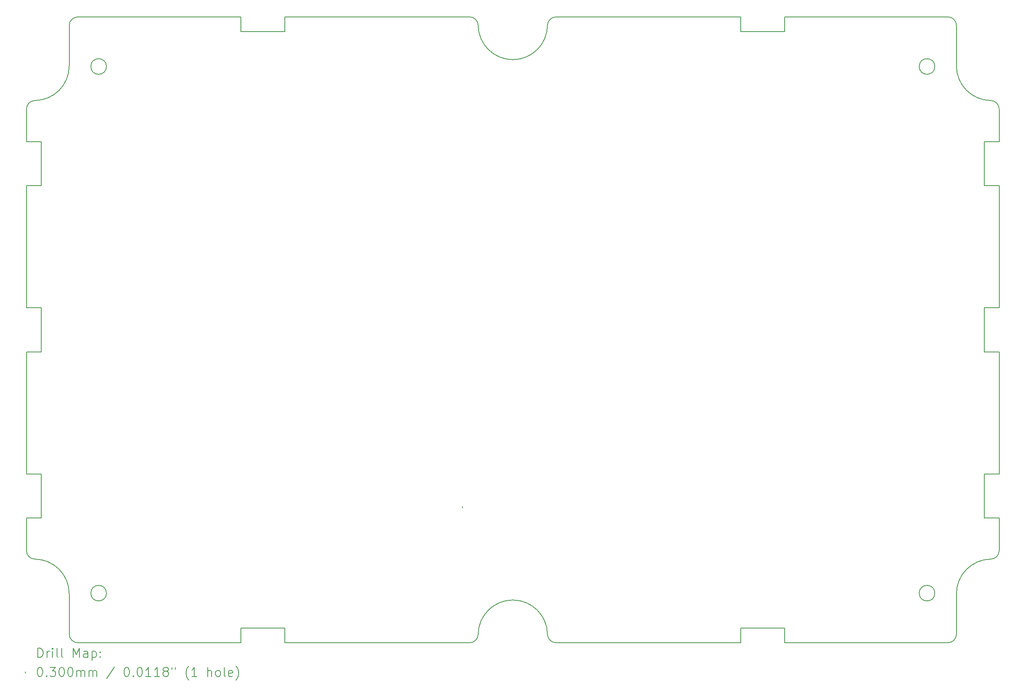
<source format=gbr>
%TF.GenerationSoftware,KiCad,Pcbnew,8.0.2*%
%TF.CreationDate,2024-05-08T16:37:34-06:00*%
%TF.ProjectId,GR-LRR-CONTROL,47522d4c-5252-42d4-934f-4e54524f4c2e,rev?*%
%TF.SameCoordinates,Original*%
%TF.FileFunction,Drillmap*%
%TF.FilePolarity,Positive*%
%FSLAX45Y45*%
G04 Gerber Fmt 4.5, Leading zero omitted, Abs format (unit mm)*
G04 Created by KiCad (PCBNEW 8.0.2) date 2024-05-08 16:37:34*
%MOMM*%
%LPD*%
G01*
G04 APERTURE LIST*
%ADD10C,0.200000*%
%ADD11C,0.100000*%
G04 APERTURE END LIST*
D10*
X25475719Y-19384532D02*
G75*
G02*
X25286967Y-19573279I-188749J2D01*
G01*
X6802117Y-6902972D02*
G75*
G02*
X6459217Y-6902972I-171450J0D01*
G01*
X6459217Y-6902972D02*
G75*
G02*
X6802117Y-6902972I171450J0D01*
G01*
X26415519Y-9525004D02*
X26091194Y-9525004D01*
X5044916Y-13175634D02*
X5044916Y-15860801D01*
X26091194Y-13175634D02*
X26091194Y-12210171D01*
X5044916Y-7840182D02*
G75*
G02*
X5231649Y-7651437I188754J3D01*
G01*
X5044916Y-15860801D02*
X5369241Y-15860801D01*
X20740236Y-5812521D02*
X16680123Y-5812521D01*
X9754736Y-19248959D02*
X10720199Y-19248959D01*
X5984716Y-6001272D02*
X5984716Y-6890272D01*
X5369241Y-16826264D02*
X5044916Y-16826264D01*
X6173468Y-19573284D02*
G75*
G02*
X5984716Y-19384532I2J188754D01*
G01*
X25001217Y-18482833D02*
G75*
G02*
X24658317Y-18482833I-171450J0D01*
G01*
X24658317Y-18482833D02*
G75*
G02*
X25001217Y-18482833I171450J0D01*
G01*
X6173468Y-19573284D02*
X9754736Y-19573284D01*
X20740236Y-6136846D02*
X20740236Y-5812521D01*
X5369241Y-9525004D02*
X5044916Y-9525004D01*
X5369241Y-12210171D02*
X5369241Y-13175634D01*
X26415519Y-17545627D02*
G75*
G02*
X26228786Y-17734368I-188759J7D01*
G01*
X10720199Y-19573284D02*
X14780312Y-19573284D01*
X5044916Y-16826264D02*
X5044916Y-17545627D01*
X10720199Y-19248959D02*
X10720199Y-19573284D01*
X26415519Y-15860801D02*
X26415519Y-13175634D01*
X5044916Y-9525004D02*
X5044916Y-12210171D01*
X26415519Y-8559541D02*
X26415519Y-7840178D01*
X26091194Y-12210171D02*
X26415519Y-12210171D01*
X5369241Y-13175634D02*
X5044916Y-13175634D01*
X10720199Y-5812521D02*
X10720199Y-6136846D01*
X26091194Y-15860801D02*
X26415519Y-15860801D01*
X26415519Y-13175634D02*
X26091194Y-13175634D01*
X25475719Y-18495533D02*
G75*
G02*
X26228786Y-17734363I761211J3D01*
G01*
X5984716Y-6001272D02*
G75*
G02*
X6173467Y-5812516I188754J3D01*
G01*
X5984716Y-6890272D02*
G75*
G02*
X5231649Y-7651437I-761208J-1D01*
G01*
X26415519Y-16826264D02*
X26091194Y-16826264D01*
X9754736Y-19573284D02*
X9754736Y-19248959D01*
X9754736Y-5812521D02*
X6173467Y-5812521D01*
X25286967Y-5812521D02*
G75*
G02*
X25475719Y-6001272I3J-188749D01*
G01*
X16491382Y-5999254D02*
G75*
G02*
X16680123Y-5812521I188748J-2026D01*
G01*
X25001217Y-6902972D02*
G75*
G02*
X24658317Y-6902972I-171450J0D01*
G01*
X24658317Y-6902972D02*
G75*
G02*
X25001217Y-6902972I171450J0D01*
G01*
X26228786Y-7651437D02*
G75*
G02*
X26415513Y-7840178I-2026J-188743D01*
G01*
X25475719Y-19384532D02*
X25475719Y-18495533D01*
X16680123Y-19573284D02*
G75*
G02*
X16491387Y-19386551I7J188754D01*
G01*
X26091194Y-8559541D02*
X26415519Y-8559541D01*
X21705699Y-6136846D02*
X20740236Y-6136846D01*
X9754736Y-6136846D02*
X9754736Y-5812521D01*
X14780307Y-5812521D02*
G75*
G02*
X14969048Y-5999254I-8J-188759D01*
G01*
X21705699Y-5812521D02*
X21705699Y-6136846D01*
X25286967Y-5812521D02*
X21705699Y-5812521D01*
X25475719Y-6890272D02*
X25475719Y-6001272D01*
X5231649Y-17734368D02*
G75*
G02*
X5044922Y-17545627I2021J188738D01*
G01*
X10720199Y-6136846D02*
X9754736Y-6136846D01*
X5044916Y-7840182D02*
X5044916Y-8559541D01*
X5984716Y-18495533D02*
X5984716Y-19384532D01*
X5044916Y-12210171D02*
X5369241Y-12210171D01*
X26415519Y-17545627D02*
X26415519Y-16826264D01*
X26228786Y-7651437D02*
G75*
G02*
X25475719Y-6890272I8144J761167D01*
G01*
X16491382Y-5999254D02*
G75*
G02*
X14969053Y-5999254I-761165J8141D01*
G01*
X14969053Y-19386551D02*
G75*
G02*
X16491382Y-19386551I761165J-8141D01*
G01*
X26091194Y-16826264D02*
X26091194Y-15860801D01*
X16680123Y-19573284D02*
X20740236Y-19573284D01*
X21705699Y-19573284D02*
X25286967Y-19573284D01*
X5369241Y-15860801D02*
X5369241Y-16826264D01*
X14969053Y-19386551D02*
G75*
G02*
X14780312Y-19573293I-188743J2011D01*
G01*
X5044916Y-8559541D02*
X5369241Y-8559541D01*
X5231649Y-17734368D02*
G75*
G02*
X5984716Y-18495533I-8139J-761162D01*
G01*
X5369241Y-8559541D02*
X5369241Y-9525004D01*
X20740236Y-19248959D02*
X21705699Y-19248959D01*
X14780307Y-5812521D02*
X10720199Y-5812521D01*
X20740236Y-19573284D02*
X20740236Y-19248959D01*
X26091194Y-9525004D02*
X26091194Y-8559541D01*
X26415519Y-12210171D02*
X26415519Y-9525004D01*
X21705699Y-19248959D02*
X21705699Y-19573284D01*
X6802117Y-18482833D02*
G75*
G02*
X6459217Y-18482833I-171450J0D01*
G01*
X6459217Y-18482833D02*
G75*
G02*
X6802117Y-18482833I171450J0D01*
G01*
D11*
X14605000Y-16575000D02*
X14635000Y-16605000D01*
X14635000Y-16575000D02*
X14605000Y-16605000D01*
D10*
X5295693Y-19894768D02*
X5295693Y-19694768D01*
X5295693Y-19694768D02*
X5343312Y-19694768D01*
X5343312Y-19694768D02*
X5371883Y-19704292D01*
X5371883Y-19704292D02*
X5390931Y-19723339D01*
X5390931Y-19723339D02*
X5400455Y-19742387D01*
X5400455Y-19742387D02*
X5409978Y-19780482D01*
X5409978Y-19780482D02*
X5409978Y-19809054D01*
X5409978Y-19809054D02*
X5400455Y-19847149D01*
X5400455Y-19847149D02*
X5390931Y-19866196D01*
X5390931Y-19866196D02*
X5371883Y-19885244D01*
X5371883Y-19885244D02*
X5343312Y-19894768D01*
X5343312Y-19894768D02*
X5295693Y-19894768D01*
X5495693Y-19894768D02*
X5495693Y-19761435D01*
X5495693Y-19799530D02*
X5505217Y-19780482D01*
X5505217Y-19780482D02*
X5514740Y-19770958D01*
X5514740Y-19770958D02*
X5533788Y-19761435D01*
X5533788Y-19761435D02*
X5552836Y-19761435D01*
X5619502Y-19894768D02*
X5619502Y-19761435D01*
X5619502Y-19694768D02*
X5609978Y-19704292D01*
X5609978Y-19704292D02*
X5619502Y-19713816D01*
X5619502Y-19713816D02*
X5629026Y-19704292D01*
X5629026Y-19704292D02*
X5619502Y-19694768D01*
X5619502Y-19694768D02*
X5619502Y-19713816D01*
X5743312Y-19894768D02*
X5724264Y-19885244D01*
X5724264Y-19885244D02*
X5714740Y-19866196D01*
X5714740Y-19866196D02*
X5714740Y-19694768D01*
X5848074Y-19894768D02*
X5829026Y-19885244D01*
X5829026Y-19885244D02*
X5819502Y-19866196D01*
X5819502Y-19866196D02*
X5819502Y-19694768D01*
X6076645Y-19894768D02*
X6076645Y-19694768D01*
X6076645Y-19694768D02*
X6143312Y-19837625D01*
X6143312Y-19837625D02*
X6209978Y-19694768D01*
X6209978Y-19694768D02*
X6209978Y-19894768D01*
X6390931Y-19894768D02*
X6390931Y-19790006D01*
X6390931Y-19790006D02*
X6381407Y-19770958D01*
X6381407Y-19770958D02*
X6362359Y-19761435D01*
X6362359Y-19761435D02*
X6324264Y-19761435D01*
X6324264Y-19761435D02*
X6305216Y-19770958D01*
X6390931Y-19885244D02*
X6371883Y-19894768D01*
X6371883Y-19894768D02*
X6324264Y-19894768D01*
X6324264Y-19894768D02*
X6305216Y-19885244D01*
X6305216Y-19885244D02*
X6295693Y-19866196D01*
X6295693Y-19866196D02*
X6295693Y-19847149D01*
X6295693Y-19847149D02*
X6305216Y-19828101D01*
X6305216Y-19828101D02*
X6324264Y-19818577D01*
X6324264Y-19818577D02*
X6371883Y-19818577D01*
X6371883Y-19818577D02*
X6390931Y-19809054D01*
X6486169Y-19761435D02*
X6486169Y-19961435D01*
X6486169Y-19770958D02*
X6505216Y-19761435D01*
X6505216Y-19761435D02*
X6543312Y-19761435D01*
X6543312Y-19761435D02*
X6562359Y-19770958D01*
X6562359Y-19770958D02*
X6571883Y-19780482D01*
X6571883Y-19780482D02*
X6581407Y-19799530D01*
X6581407Y-19799530D02*
X6581407Y-19856673D01*
X6581407Y-19856673D02*
X6571883Y-19875720D01*
X6571883Y-19875720D02*
X6562359Y-19885244D01*
X6562359Y-19885244D02*
X6543312Y-19894768D01*
X6543312Y-19894768D02*
X6505216Y-19894768D01*
X6505216Y-19894768D02*
X6486169Y-19885244D01*
X6667121Y-19875720D02*
X6676645Y-19885244D01*
X6676645Y-19885244D02*
X6667121Y-19894768D01*
X6667121Y-19894768D02*
X6657597Y-19885244D01*
X6657597Y-19885244D02*
X6667121Y-19875720D01*
X6667121Y-19875720D02*
X6667121Y-19894768D01*
X6667121Y-19770958D02*
X6676645Y-19780482D01*
X6676645Y-19780482D02*
X6667121Y-19790006D01*
X6667121Y-19790006D02*
X6657597Y-19780482D01*
X6657597Y-19780482D02*
X6667121Y-19770958D01*
X6667121Y-19770958D02*
X6667121Y-19790006D01*
D11*
X5004916Y-20208284D02*
X5034916Y-20238284D01*
X5034916Y-20208284D02*
X5004916Y-20238284D01*
D10*
X5333788Y-20114768D02*
X5352836Y-20114768D01*
X5352836Y-20114768D02*
X5371883Y-20124292D01*
X5371883Y-20124292D02*
X5381407Y-20133816D01*
X5381407Y-20133816D02*
X5390931Y-20152863D01*
X5390931Y-20152863D02*
X5400455Y-20190958D01*
X5400455Y-20190958D02*
X5400455Y-20238577D01*
X5400455Y-20238577D02*
X5390931Y-20276673D01*
X5390931Y-20276673D02*
X5381407Y-20295720D01*
X5381407Y-20295720D02*
X5371883Y-20305244D01*
X5371883Y-20305244D02*
X5352836Y-20314768D01*
X5352836Y-20314768D02*
X5333788Y-20314768D01*
X5333788Y-20314768D02*
X5314740Y-20305244D01*
X5314740Y-20305244D02*
X5305217Y-20295720D01*
X5305217Y-20295720D02*
X5295693Y-20276673D01*
X5295693Y-20276673D02*
X5286169Y-20238577D01*
X5286169Y-20238577D02*
X5286169Y-20190958D01*
X5286169Y-20190958D02*
X5295693Y-20152863D01*
X5295693Y-20152863D02*
X5305217Y-20133816D01*
X5305217Y-20133816D02*
X5314740Y-20124292D01*
X5314740Y-20124292D02*
X5333788Y-20114768D01*
X5486169Y-20295720D02*
X5495693Y-20305244D01*
X5495693Y-20305244D02*
X5486169Y-20314768D01*
X5486169Y-20314768D02*
X5476645Y-20305244D01*
X5476645Y-20305244D02*
X5486169Y-20295720D01*
X5486169Y-20295720D02*
X5486169Y-20314768D01*
X5562359Y-20114768D02*
X5686169Y-20114768D01*
X5686169Y-20114768D02*
X5619502Y-20190958D01*
X5619502Y-20190958D02*
X5648074Y-20190958D01*
X5648074Y-20190958D02*
X5667121Y-20200482D01*
X5667121Y-20200482D02*
X5676645Y-20210006D01*
X5676645Y-20210006D02*
X5686169Y-20229054D01*
X5686169Y-20229054D02*
X5686169Y-20276673D01*
X5686169Y-20276673D02*
X5676645Y-20295720D01*
X5676645Y-20295720D02*
X5667121Y-20305244D01*
X5667121Y-20305244D02*
X5648074Y-20314768D01*
X5648074Y-20314768D02*
X5590931Y-20314768D01*
X5590931Y-20314768D02*
X5571883Y-20305244D01*
X5571883Y-20305244D02*
X5562359Y-20295720D01*
X5809978Y-20114768D02*
X5829026Y-20114768D01*
X5829026Y-20114768D02*
X5848074Y-20124292D01*
X5848074Y-20124292D02*
X5857597Y-20133816D01*
X5857597Y-20133816D02*
X5867121Y-20152863D01*
X5867121Y-20152863D02*
X5876645Y-20190958D01*
X5876645Y-20190958D02*
X5876645Y-20238577D01*
X5876645Y-20238577D02*
X5867121Y-20276673D01*
X5867121Y-20276673D02*
X5857597Y-20295720D01*
X5857597Y-20295720D02*
X5848074Y-20305244D01*
X5848074Y-20305244D02*
X5829026Y-20314768D01*
X5829026Y-20314768D02*
X5809978Y-20314768D01*
X5809978Y-20314768D02*
X5790931Y-20305244D01*
X5790931Y-20305244D02*
X5781407Y-20295720D01*
X5781407Y-20295720D02*
X5771883Y-20276673D01*
X5771883Y-20276673D02*
X5762359Y-20238577D01*
X5762359Y-20238577D02*
X5762359Y-20190958D01*
X5762359Y-20190958D02*
X5771883Y-20152863D01*
X5771883Y-20152863D02*
X5781407Y-20133816D01*
X5781407Y-20133816D02*
X5790931Y-20124292D01*
X5790931Y-20124292D02*
X5809978Y-20114768D01*
X6000455Y-20114768D02*
X6019502Y-20114768D01*
X6019502Y-20114768D02*
X6038550Y-20124292D01*
X6038550Y-20124292D02*
X6048074Y-20133816D01*
X6048074Y-20133816D02*
X6057597Y-20152863D01*
X6057597Y-20152863D02*
X6067121Y-20190958D01*
X6067121Y-20190958D02*
X6067121Y-20238577D01*
X6067121Y-20238577D02*
X6057597Y-20276673D01*
X6057597Y-20276673D02*
X6048074Y-20295720D01*
X6048074Y-20295720D02*
X6038550Y-20305244D01*
X6038550Y-20305244D02*
X6019502Y-20314768D01*
X6019502Y-20314768D02*
X6000455Y-20314768D01*
X6000455Y-20314768D02*
X5981407Y-20305244D01*
X5981407Y-20305244D02*
X5971883Y-20295720D01*
X5971883Y-20295720D02*
X5962359Y-20276673D01*
X5962359Y-20276673D02*
X5952836Y-20238577D01*
X5952836Y-20238577D02*
X5952836Y-20190958D01*
X5952836Y-20190958D02*
X5962359Y-20152863D01*
X5962359Y-20152863D02*
X5971883Y-20133816D01*
X5971883Y-20133816D02*
X5981407Y-20124292D01*
X5981407Y-20124292D02*
X6000455Y-20114768D01*
X6152836Y-20314768D02*
X6152836Y-20181435D01*
X6152836Y-20200482D02*
X6162359Y-20190958D01*
X6162359Y-20190958D02*
X6181407Y-20181435D01*
X6181407Y-20181435D02*
X6209978Y-20181435D01*
X6209978Y-20181435D02*
X6229026Y-20190958D01*
X6229026Y-20190958D02*
X6238550Y-20210006D01*
X6238550Y-20210006D02*
X6238550Y-20314768D01*
X6238550Y-20210006D02*
X6248074Y-20190958D01*
X6248074Y-20190958D02*
X6267121Y-20181435D01*
X6267121Y-20181435D02*
X6295693Y-20181435D01*
X6295693Y-20181435D02*
X6314740Y-20190958D01*
X6314740Y-20190958D02*
X6324264Y-20210006D01*
X6324264Y-20210006D02*
X6324264Y-20314768D01*
X6419502Y-20314768D02*
X6419502Y-20181435D01*
X6419502Y-20200482D02*
X6429026Y-20190958D01*
X6429026Y-20190958D02*
X6448074Y-20181435D01*
X6448074Y-20181435D02*
X6476645Y-20181435D01*
X6476645Y-20181435D02*
X6495693Y-20190958D01*
X6495693Y-20190958D02*
X6505217Y-20210006D01*
X6505217Y-20210006D02*
X6505217Y-20314768D01*
X6505217Y-20210006D02*
X6514740Y-20190958D01*
X6514740Y-20190958D02*
X6533788Y-20181435D01*
X6533788Y-20181435D02*
X6562359Y-20181435D01*
X6562359Y-20181435D02*
X6581407Y-20190958D01*
X6581407Y-20190958D02*
X6590931Y-20210006D01*
X6590931Y-20210006D02*
X6590931Y-20314768D01*
X6981407Y-20105244D02*
X6809979Y-20362387D01*
X7238550Y-20114768D02*
X7257598Y-20114768D01*
X7257598Y-20114768D02*
X7276645Y-20124292D01*
X7276645Y-20124292D02*
X7286169Y-20133816D01*
X7286169Y-20133816D02*
X7295693Y-20152863D01*
X7295693Y-20152863D02*
X7305217Y-20190958D01*
X7305217Y-20190958D02*
X7305217Y-20238577D01*
X7305217Y-20238577D02*
X7295693Y-20276673D01*
X7295693Y-20276673D02*
X7286169Y-20295720D01*
X7286169Y-20295720D02*
X7276645Y-20305244D01*
X7276645Y-20305244D02*
X7257598Y-20314768D01*
X7257598Y-20314768D02*
X7238550Y-20314768D01*
X7238550Y-20314768D02*
X7219502Y-20305244D01*
X7219502Y-20305244D02*
X7209979Y-20295720D01*
X7209979Y-20295720D02*
X7200455Y-20276673D01*
X7200455Y-20276673D02*
X7190931Y-20238577D01*
X7190931Y-20238577D02*
X7190931Y-20190958D01*
X7190931Y-20190958D02*
X7200455Y-20152863D01*
X7200455Y-20152863D02*
X7209979Y-20133816D01*
X7209979Y-20133816D02*
X7219502Y-20124292D01*
X7219502Y-20124292D02*
X7238550Y-20114768D01*
X7390931Y-20295720D02*
X7400455Y-20305244D01*
X7400455Y-20305244D02*
X7390931Y-20314768D01*
X7390931Y-20314768D02*
X7381407Y-20305244D01*
X7381407Y-20305244D02*
X7390931Y-20295720D01*
X7390931Y-20295720D02*
X7390931Y-20314768D01*
X7524264Y-20114768D02*
X7543312Y-20114768D01*
X7543312Y-20114768D02*
X7562360Y-20124292D01*
X7562360Y-20124292D02*
X7571883Y-20133816D01*
X7571883Y-20133816D02*
X7581407Y-20152863D01*
X7581407Y-20152863D02*
X7590931Y-20190958D01*
X7590931Y-20190958D02*
X7590931Y-20238577D01*
X7590931Y-20238577D02*
X7581407Y-20276673D01*
X7581407Y-20276673D02*
X7571883Y-20295720D01*
X7571883Y-20295720D02*
X7562360Y-20305244D01*
X7562360Y-20305244D02*
X7543312Y-20314768D01*
X7543312Y-20314768D02*
X7524264Y-20314768D01*
X7524264Y-20314768D02*
X7505217Y-20305244D01*
X7505217Y-20305244D02*
X7495693Y-20295720D01*
X7495693Y-20295720D02*
X7486169Y-20276673D01*
X7486169Y-20276673D02*
X7476645Y-20238577D01*
X7476645Y-20238577D02*
X7476645Y-20190958D01*
X7476645Y-20190958D02*
X7486169Y-20152863D01*
X7486169Y-20152863D02*
X7495693Y-20133816D01*
X7495693Y-20133816D02*
X7505217Y-20124292D01*
X7505217Y-20124292D02*
X7524264Y-20114768D01*
X7781407Y-20314768D02*
X7667121Y-20314768D01*
X7724264Y-20314768D02*
X7724264Y-20114768D01*
X7724264Y-20114768D02*
X7705217Y-20143339D01*
X7705217Y-20143339D02*
X7686169Y-20162387D01*
X7686169Y-20162387D02*
X7667121Y-20171911D01*
X7971883Y-20314768D02*
X7857598Y-20314768D01*
X7914740Y-20314768D02*
X7914740Y-20114768D01*
X7914740Y-20114768D02*
X7895693Y-20143339D01*
X7895693Y-20143339D02*
X7876645Y-20162387D01*
X7876645Y-20162387D02*
X7857598Y-20171911D01*
X8086169Y-20200482D02*
X8067121Y-20190958D01*
X8067121Y-20190958D02*
X8057598Y-20181435D01*
X8057598Y-20181435D02*
X8048074Y-20162387D01*
X8048074Y-20162387D02*
X8048074Y-20152863D01*
X8048074Y-20152863D02*
X8057598Y-20133816D01*
X8057598Y-20133816D02*
X8067121Y-20124292D01*
X8067121Y-20124292D02*
X8086169Y-20114768D01*
X8086169Y-20114768D02*
X8124264Y-20114768D01*
X8124264Y-20114768D02*
X8143312Y-20124292D01*
X8143312Y-20124292D02*
X8152836Y-20133816D01*
X8152836Y-20133816D02*
X8162360Y-20152863D01*
X8162360Y-20152863D02*
X8162360Y-20162387D01*
X8162360Y-20162387D02*
X8152836Y-20181435D01*
X8152836Y-20181435D02*
X8143312Y-20190958D01*
X8143312Y-20190958D02*
X8124264Y-20200482D01*
X8124264Y-20200482D02*
X8086169Y-20200482D01*
X8086169Y-20200482D02*
X8067121Y-20210006D01*
X8067121Y-20210006D02*
X8057598Y-20219530D01*
X8057598Y-20219530D02*
X8048074Y-20238577D01*
X8048074Y-20238577D02*
X8048074Y-20276673D01*
X8048074Y-20276673D02*
X8057598Y-20295720D01*
X8057598Y-20295720D02*
X8067121Y-20305244D01*
X8067121Y-20305244D02*
X8086169Y-20314768D01*
X8086169Y-20314768D02*
X8124264Y-20314768D01*
X8124264Y-20314768D02*
X8143312Y-20305244D01*
X8143312Y-20305244D02*
X8152836Y-20295720D01*
X8152836Y-20295720D02*
X8162360Y-20276673D01*
X8162360Y-20276673D02*
X8162360Y-20238577D01*
X8162360Y-20238577D02*
X8152836Y-20219530D01*
X8152836Y-20219530D02*
X8143312Y-20210006D01*
X8143312Y-20210006D02*
X8124264Y-20200482D01*
X8238550Y-20114768D02*
X8238550Y-20152863D01*
X8314741Y-20114768D02*
X8314741Y-20152863D01*
X8609979Y-20390958D02*
X8600455Y-20381435D01*
X8600455Y-20381435D02*
X8581407Y-20352863D01*
X8581407Y-20352863D02*
X8571884Y-20333816D01*
X8571884Y-20333816D02*
X8562360Y-20305244D01*
X8562360Y-20305244D02*
X8552836Y-20257625D01*
X8552836Y-20257625D02*
X8552836Y-20219530D01*
X8552836Y-20219530D02*
X8562360Y-20171911D01*
X8562360Y-20171911D02*
X8571884Y-20143339D01*
X8571884Y-20143339D02*
X8581407Y-20124292D01*
X8581407Y-20124292D02*
X8600455Y-20095720D01*
X8600455Y-20095720D02*
X8609979Y-20086196D01*
X8790931Y-20314768D02*
X8676645Y-20314768D01*
X8733788Y-20314768D02*
X8733788Y-20114768D01*
X8733788Y-20114768D02*
X8714741Y-20143339D01*
X8714741Y-20143339D02*
X8695693Y-20162387D01*
X8695693Y-20162387D02*
X8676645Y-20171911D01*
X9029026Y-20314768D02*
X9029026Y-20114768D01*
X9114741Y-20314768D02*
X9114741Y-20210006D01*
X9114741Y-20210006D02*
X9105217Y-20190958D01*
X9105217Y-20190958D02*
X9086169Y-20181435D01*
X9086169Y-20181435D02*
X9057598Y-20181435D01*
X9057598Y-20181435D02*
X9038550Y-20190958D01*
X9038550Y-20190958D02*
X9029026Y-20200482D01*
X9238550Y-20314768D02*
X9219503Y-20305244D01*
X9219503Y-20305244D02*
X9209979Y-20295720D01*
X9209979Y-20295720D02*
X9200455Y-20276673D01*
X9200455Y-20276673D02*
X9200455Y-20219530D01*
X9200455Y-20219530D02*
X9209979Y-20200482D01*
X9209979Y-20200482D02*
X9219503Y-20190958D01*
X9219503Y-20190958D02*
X9238550Y-20181435D01*
X9238550Y-20181435D02*
X9267122Y-20181435D01*
X9267122Y-20181435D02*
X9286169Y-20190958D01*
X9286169Y-20190958D02*
X9295693Y-20200482D01*
X9295693Y-20200482D02*
X9305217Y-20219530D01*
X9305217Y-20219530D02*
X9305217Y-20276673D01*
X9305217Y-20276673D02*
X9295693Y-20295720D01*
X9295693Y-20295720D02*
X9286169Y-20305244D01*
X9286169Y-20305244D02*
X9267122Y-20314768D01*
X9267122Y-20314768D02*
X9238550Y-20314768D01*
X9419503Y-20314768D02*
X9400455Y-20305244D01*
X9400455Y-20305244D02*
X9390931Y-20286196D01*
X9390931Y-20286196D02*
X9390931Y-20114768D01*
X9571884Y-20305244D02*
X9552836Y-20314768D01*
X9552836Y-20314768D02*
X9514741Y-20314768D01*
X9514741Y-20314768D02*
X9495693Y-20305244D01*
X9495693Y-20305244D02*
X9486169Y-20286196D01*
X9486169Y-20286196D02*
X9486169Y-20210006D01*
X9486169Y-20210006D02*
X9495693Y-20190958D01*
X9495693Y-20190958D02*
X9514741Y-20181435D01*
X9514741Y-20181435D02*
X9552836Y-20181435D01*
X9552836Y-20181435D02*
X9571884Y-20190958D01*
X9571884Y-20190958D02*
X9581407Y-20210006D01*
X9581407Y-20210006D02*
X9581407Y-20229054D01*
X9581407Y-20229054D02*
X9486169Y-20248101D01*
X9648074Y-20390958D02*
X9657598Y-20381435D01*
X9657598Y-20381435D02*
X9676646Y-20352863D01*
X9676646Y-20352863D02*
X9686169Y-20333816D01*
X9686169Y-20333816D02*
X9695693Y-20305244D01*
X9695693Y-20305244D02*
X9705217Y-20257625D01*
X9705217Y-20257625D02*
X9705217Y-20219530D01*
X9705217Y-20219530D02*
X9695693Y-20171911D01*
X9695693Y-20171911D02*
X9686169Y-20143339D01*
X9686169Y-20143339D02*
X9676646Y-20124292D01*
X9676646Y-20124292D02*
X9657598Y-20095720D01*
X9657598Y-20095720D02*
X9648074Y-20086196D01*
M02*

</source>
